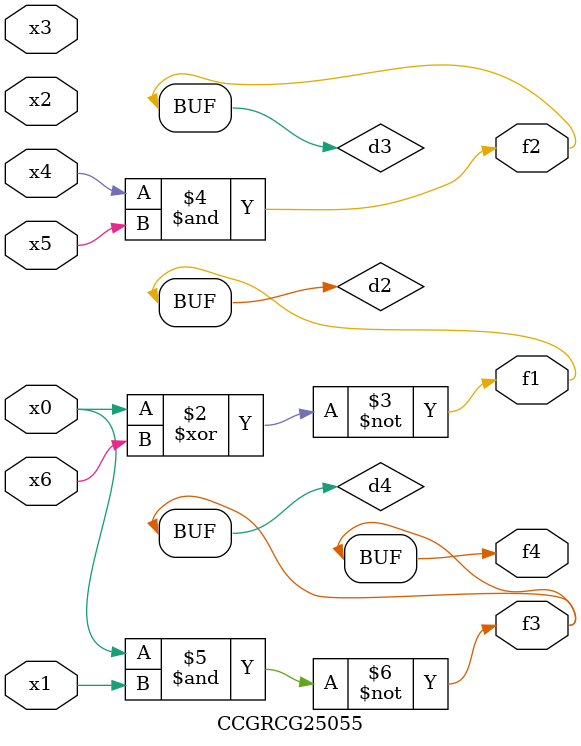
<source format=v>
module CCGRCG25055(
	input x0, x1, x2, x3, x4, x5, x6,
	output f1, f2, f3, f4
);

	wire d1, d2, d3, d4;

	nor (d1, x0);
	xnor (d2, x0, x6);
	and (d3, x4, x5);
	nand (d4, x0, x1);
	assign f1 = d2;
	assign f2 = d3;
	assign f3 = d4;
	assign f4 = d4;
endmodule

</source>
